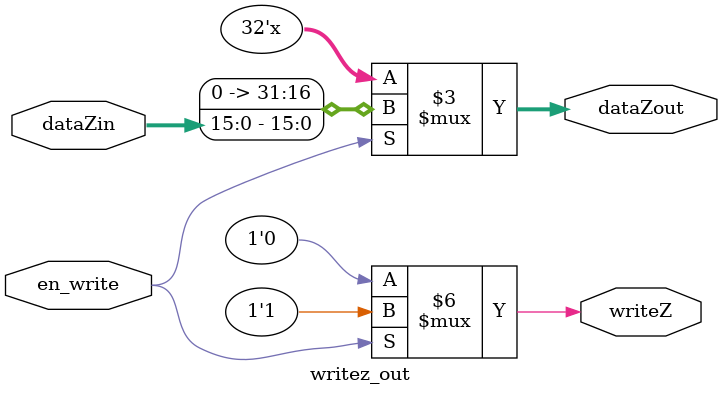
<source format=sv>
module writez_out

(
   input reg [15:0] dataZin,
   input en_write,
   output reg writeZ,
   output reg [31:0] dataZout
 );
 
 always @(*) begin
 
   if (en_write) begin writeZ=1'b1; dataZout= { { 16{1'b0}},{dataZin} }; end
   else writeZ=1'b0;
 end 
  
 endmodule 
</source>
